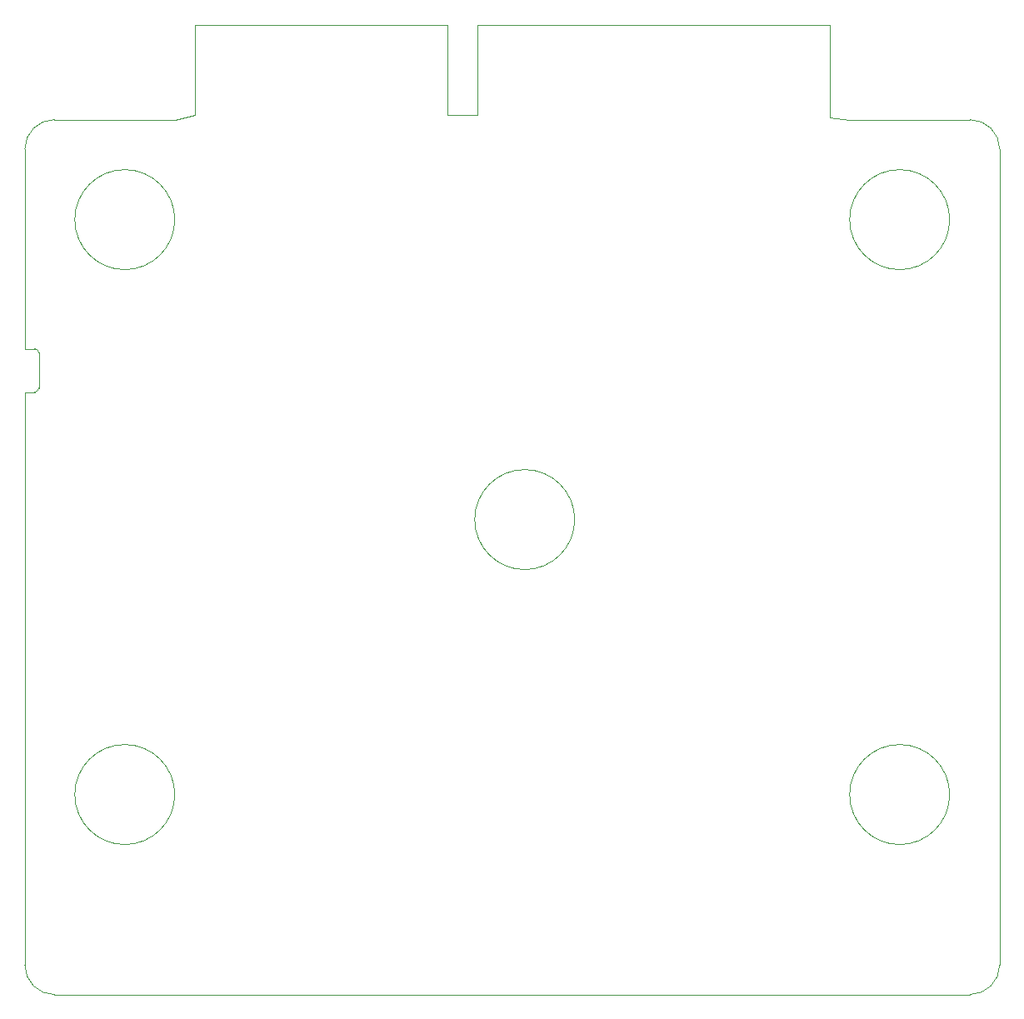
<source format=gm1>
%TF.GenerationSoftware,KiCad,Pcbnew,9.0.4-1.fc42*%
%TF.CreationDate,2025-09-05T17:11:52+08:00*%
%TF.ProjectId,STICKLEBACK,53544943-4b4c-4454-9241-434b2e6b6963,rev?*%
%TF.SameCoordinates,Original*%
%TF.FileFunction,Profile,NP*%
%FSLAX46Y46*%
G04 Gerber Fmt 4.6, Leading zero omitted, Abs format (unit mm)*
G04 Created by KiCad (PCBNEW 9.0.4-1.fc42) date 2025-09-05 17:11:52*
%MOMM*%
%LPD*%
G01*
G04 APERTURE LIST*
%TA.AperFunction,Profile*%
%ADD10C,0.050000*%
%TD*%
%TA.AperFunction,Profile*%
%ADD11C,0.120000*%
%TD*%
G04 APERTURE END LIST*
D10*
X78741027Y-136698973D02*
X78759479Y-82780000D01*
X78743360Y-53803357D02*
G75*
G02*
X81743359Y-50799958I3000040J3357D01*
G01*
X81743359Y-50800000D02*
X93980000Y-50800000D01*
X177800000Y-53800000D02*
X177800000Y-136700000D01*
X78743360Y-53803357D02*
X78759479Y-68208952D01*
X174800000Y-50800000D02*
X162560000Y-50800000D01*
X78759479Y-68208952D02*
X78759479Y-69780000D01*
X174800000Y-50800000D02*
G75*
G02*
X177800000Y-53800000I0J-3000000D01*
G01*
X172720000Y-119380000D02*
G75*
G02*
X162560000Y-119380000I-5080000J0D01*
G01*
X162560000Y-119380000D02*
G75*
G02*
X172720000Y-119380000I5080000J0D01*
G01*
X93980000Y-60960000D02*
G75*
G02*
X83820000Y-60960000I-5080000J0D01*
G01*
X83820000Y-60960000D02*
G75*
G02*
X93980000Y-60960000I5080000J0D01*
G01*
X134620000Y-91440000D02*
G75*
G02*
X124460000Y-91440000I-5080000J0D01*
G01*
X124460000Y-91440000D02*
G75*
G02*
X134620000Y-91440000I5080000J0D01*
G01*
X172720000Y-60960000D02*
G75*
G02*
X162560000Y-60960000I-5080000J0D01*
G01*
X162560000Y-60960000D02*
G75*
G02*
X172720000Y-60960000I5080000J0D01*
G01*
X81741027Y-139700000D02*
G75*
G02*
X78741000Y-136698973I-27J3000000D01*
G01*
X177800000Y-136700000D02*
G75*
G02*
X174800000Y-139700000I-3000000J0D01*
G01*
X81741027Y-139700000D02*
X174800000Y-139700000D01*
X96012000Y-50292000D02*
X93980000Y-50800000D01*
X93980000Y-119380000D02*
G75*
G02*
X83820000Y-119380000I-5080000J0D01*
G01*
X83820000Y-119380000D02*
G75*
G02*
X93980000Y-119380000I5080000J0D01*
G01*
X162560000Y-50800000D02*
X160528000Y-50546000D01*
X96012000Y-41148000D02*
X121666000Y-41148000D01*
X96012000Y-50292000D02*
X96012000Y-41148000D01*
X121666000Y-41148000D02*
X121666000Y-50292000D01*
X121666000Y-50292000D02*
X124714000Y-50292000D01*
X124714000Y-41148000D02*
X160528000Y-41148000D01*
X124714000Y-50292000D02*
X124714000Y-41148000D01*
X160528000Y-41148000D02*
X160528000Y-50546000D01*
D11*
X78759500Y-74080000D02*
X78759500Y-69780000D01*
X78759500Y-78480000D02*
X78759500Y-82780000D01*
X79759500Y-74080000D02*
X78759500Y-74080000D01*
X79759500Y-78480000D02*
X78759500Y-78480000D01*
X80159500Y-78080000D02*
X80159500Y-74480000D01*
X79759500Y-74080000D02*
G75*
G02*
X80159500Y-74480000I-2J-400002D01*
G01*
X80159500Y-78080000D02*
G75*
G02*
X79759500Y-78480000I-400000J0D01*
G01*
M02*

</source>
